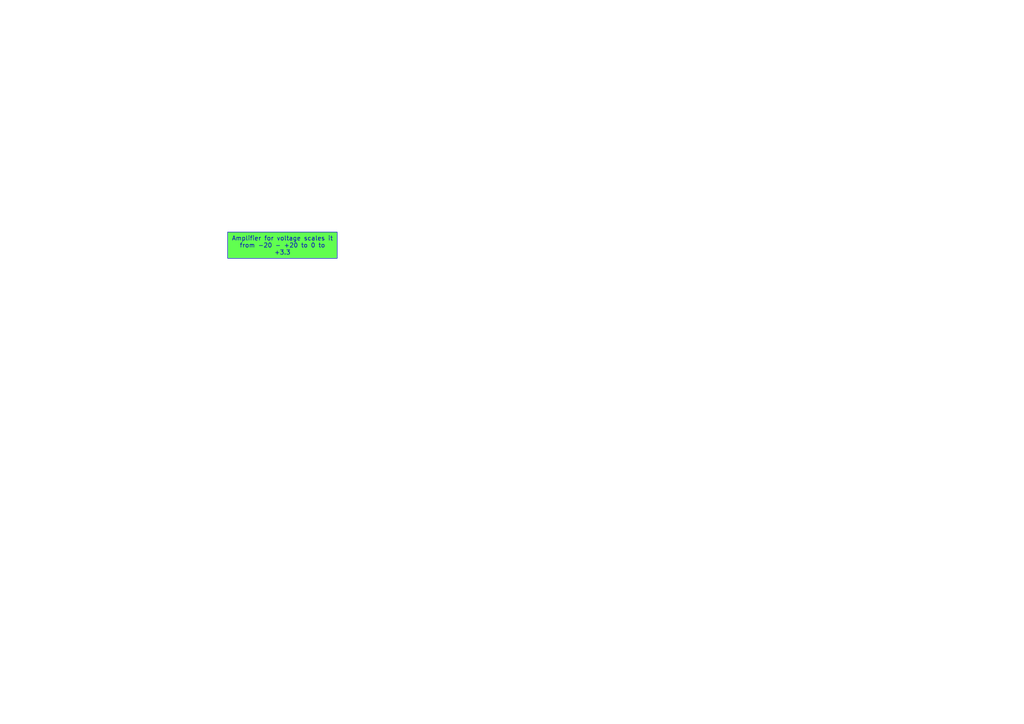
<source format=kicad_sch>
(kicad_sch
	(version 20231120)
	(generator "eeschema")
	(generator_version "8.0")
	(uuid "302c2ed8-f206-4641-83b1-27d9821e04cd")
	(paper "A4")
	(lib_symbols)
	(text_box "Amplifier for voltage scales it from -20 - +20 to 0 to +3.3\n"
		(exclude_from_sim no)
		(at 66.04 67.31 0)
		(size 31.75 7.62)
		(stroke
			(width 0)
			(type default)
		)
		(fill
			(type color)
			(color 97 255 80 1)
		)
		(effects
			(font
				(size 1.27 1.27)
			)
		)
		(uuid "45188365-7d2b-4b8b-931f-2fb3f92db8ee")
	)
)
</source>
